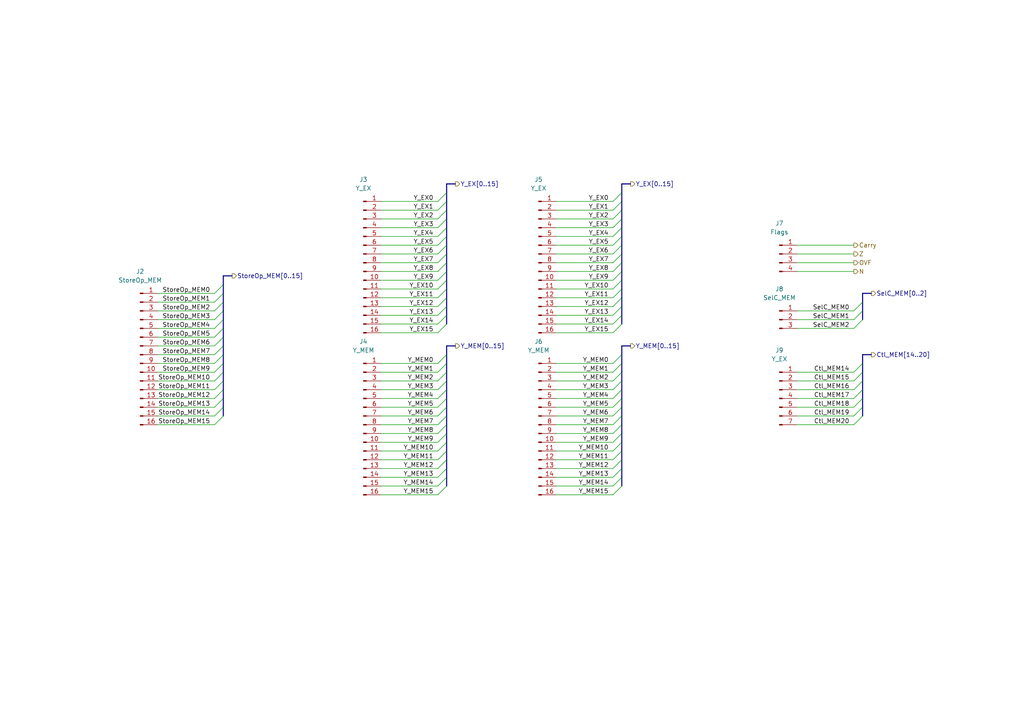
<source format=kicad_sch>
(kicad_sch (version 20230121) (generator eeschema)
  (paper "A4")
  (title_block (title "Turtle16: EX Module Outputs") (date "2023-03-25") (rev "A"))
  (lib_symbols
    (symbol "Connector:Conn_01x03_Pin" (pin_names (offset 1.016) hide)
      (property "Reference" "J" (at 0 5.08 0))
      (property "Value" "Conn_01x03_Pin" (at 0 -5.08 0))
      (symbol "Conn_01x03_Pin_1_1"
        (polyline (pts (xy 1.27 -2.54) (xy 0.8636 -2.54)) (stroke (width 0.1524)))
        (polyline (pts (xy 1.27 0) (xy 0.8636 0)) (stroke (width 0.1524)))
        (polyline (pts (xy 1.27 2.54) (xy 0.8636 2.54)) (stroke (width 0.1524)))
        (rectangle (start 0.8636 -2.413) (end 0 -2.667) (stroke (width 0.1524)) (fill (type outline)))
        (rectangle (start 0.8636 0.127) (end 0 -0.127) (stroke (width 0.1524)) (fill (type outline)))
        (rectangle (start 0.8636 2.667) (end 0 2.413) (stroke (width 0.1524)) (fill (type outline)))
        (pin passive line (at 5.08 2.54 180) (length 3.81) (name "Pin_1") (number "1"))
        (pin passive line (at 5.08 0 180) (length 3.81) (name "Pin_2") (number "2"))
        (pin passive line (at 5.08 -2.54 180) (length 3.81) (name "Pin_3") (number "3"))
      )
    )
    (symbol "Connector:Conn_01x04_Pin" (pin_names (offset 1.016) hide)
      (property "Reference" "J" (at 0 5.08 0))
      (property "Value" "Conn_01x04_Pin" (at 0 -7.62 0))
      (symbol "Conn_01x04_Pin_1_1"
        (polyline (pts (xy 1.27 -5.08) (xy 0.8636 -5.08)) (stroke (width 0.1524)))
        (polyline (pts (xy 1.27 -2.54) (xy 0.8636 -2.54)) (stroke (width 0.1524)))
        (polyline (pts (xy 1.27 0) (xy 0.8636 0)) (stroke (width 0.1524)))
        (polyline (pts (xy 1.27 2.54) (xy 0.8636 2.54)) (stroke (width 0.1524)))
        (rectangle (start 0.8636 -4.953) (end 0 -5.207) (stroke (width 0.1524)) (fill (type outline)))
        (rectangle (start 0.8636 -2.413) (end 0 -2.667) (stroke (width 0.1524)) (fill (type outline)))
        (rectangle (start 0.8636 0.127) (end 0 -0.127) (stroke (width 0.1524)) (fill (type outline)))
        (rectangle (start 0.8636 2.667) (end 0 2.413) (stroke (width 0.1524)) (fill (type outline)))
        (pin passive line (at 5.08 2.54 180) (length 3.81) (name "Pin_1") (number "1"))
        (pin passive line (at 5.08 0 180) (length 3.81) (name "Pin_2") (number "2"))
        (pin passive line (at 5.08 -2.54 180) (length 3.81) (name "Pin_3") (number "3"))
        (pin passive line (at 5.08 -5.08 180) (length 3.81) (name "Pin_4") (number "4"))
      )
    )
    (symbol "Connector:Conn_01x07_Pin" (pin_names (offset 1.016) hide)
      (property "Reference" "J" (at 0 10.16 0))
      (property "Value" "Conn_01x07_Pin" (at 0 -10.16 0))
      (symbol "Conn_01x07_Pin_1_1"
        (polyline (pts (xy 1.27 -7.62) (xy 0.8636 -7.62)) (stroke (width 0.1524)))
        (polyline (pts (xy 1.27 -5.08) (xy 0.8636 -5.08)) (stroke (width 0.1524)))
        (polyline (pts (xy 1.27 -2.54) (xy 0.8636 -2.54)) (stroke (width 0.1524)))
        (polyline (pts (xy 1.27 0) (xy 0.8636 0)) (stroke (width 0.1524)))
        (polyline (pts (xy 1.27 2.54) (xy 0.8636 2.54)) (stroke (width 0.1524)))
        (polyline (pts (xy 1.27 5.08) (xy 0.8636 5.08)) (stroke (width 0.1524)))
        (polyline (pts (xy 1.27 7.62) (xy 0.8636 7.62)) (stroke (width 0.1524)))
        (rectangle (start 0.8636 -7.493) (end 0 -7.747) (stroke (width 0.1524)) (fill (type outline)))
        (rectangle (start 0.8636 -4.953) (end 0 -5.207) (stroke (width 0.1524)) (fill (type outline)))
        (rectangle (start 0.8636 -2.413) (end 0 -2.667) (stroke (width 0.1524)) (fill (type outline)))
        (rectangle (start 0.8636 0.127) (end 0 -0.127) (stroke (width 0.1524)) (fill (type outline)))
        (rectangle (start 0.8636 2.667) (end 0 2.413) (stroke (width 0.1524)) (fill (type outline)))
        (rectangle (start 0.8636 5.207) (end 0 4.953) (stroke (width 0.1524)) (fill (type outline)))
        (rectangle (start 0.8636 7.747) (end 0 7.493) (stroke (width 0.1524)) (fill (type outline)))
        (pin passive line (at 5.08 7.62 180) (length 3.81) (name "Pin_1") (number "1"))
        (pin passive line (at 5.08 5.08 180) (length 3.81) (name "Pin_2") (number "2"))
        (pin passive line (at 5.08 2.54 180) (length 3.81) (name "Pin_3") (number "3"))
        (pin passive line (at 5.08 0 180) (length 3.81) (name "Pin_4") (number "4"))
        (pin passive line (at 5.08 -2.54 180) (length 3.81) (name "Pin_5") (number "5"))
        (pin passive line (at 5.08 -5.08 180) (length 3.81) (name "Pin_6") (number "6"))
        (pin passive line (at 5.08 -7.62 180) (length 3.81) (name "Pin_7") (number "7"))
      )
    )
    (symbol "Connector:Conn_01x16_Pin" (pin_names (offset 1.016) hide)
      (property "Reference" "J" (at 0 20.32 0))
      (property "Value" "Conn_01x16_Pin" (at 0 -22.86 0))
      (symbol "Conn_01x16_Pin_1_1"
        (polyline (pts (xy 1.27 -20.32) (xy 0.8636 -20.32)) (stroke (width 0.1524)))
        (polyline (pts (xy 1.27 -17.78) (xy 0.8636 -17.78)) (stroke (width 0.1524)))
        (polyline (pts (xy 1.27 -15.24) (xy 0.8636 -15.24)) (stroke (width 0.1524)))
        (polyline (pts (xy 1.27 -12.7) (xy 0.8636 -12.7)) (stroke (width 0.1524)))
        (polyline (pts (xy 1.27 -10.16) (xy 0.8636 -10.16)) (stroke (width 0.1524)))
        (polyline (pts (xy 1.27 -7.62) (xy 0.8636 -7.62)) (stroke (width 0.1524)))
        (polyline (pts (xy 1.27 -5.08) (xy 0.8636 -5.08)) (stroke (width 0.1524)))
        (polyline (pts (xy 1.27 -2.54) (xy 0.8636 -2.54)) (stroke (width 0.1524)))
        (polyline (pts (xy 1.27 0) (xy 0.8636 0)) (stroke (width 0.1524)))
        (polyline (pts (xy 1.27 2.54) (xy 0.8636 2.54)) (stroke (width 0.1524)))
        (polyline (pts (xy 1.27 5.08) (xy 0.8636 5.08)) (stroke (width 0.1524)))
        (polyline (pts (xy 1.27 7.62) (xy 0.8636 7.62)) (stroke (width 0.1524)))
        (polyline (pts (xy 1.27 10.16) (xy 0.8636 10.16)) (stroke (width 0.1524)))
        (polyline (pts (xy 1.27 12.7) (xy 0.8636 12.7)) (stroke (width 0.1524)))
        (polyline (pts (xy 1.27 15.24) (xy 0.8636 15.24)) (stroke (width 0.1524)))
        (polyline (pts (xy 1.27 17.78) (xy 0.8636 17.78)) (stroke (width 0.1524)))
        (rectangle (start 0.8636 -20.193) (end 0 -20.447) (stroke (width 0.1524)) (fill (type outline)))
        (rectangle (start 0.8636 -17.653) (end 0 -17.907) (stroke (width 0.1524)) (fill (type outline)))
        (rectangle (start 0.8636 -15.113) (end 0 -15.367) (stroke (width 0.1524)) (fill (type outline)))
        (rectangle (start 0.8636 -12.573) (end 0 -12.827) (stroke (width 0.1524)) (fill (type outline)))
        (rectangle (start 0.8636 -10.033) (end 0 -10.287) (stroke (width 0.1524)) (fill (type outline)))
        (rectangle (start 0.8636 -7.493) (end 0 -7.747) (stroke (width 0.1524)) (fill (type outline)))
        (rectangle (start 0.8636 -4.953) (end 0 -5.207) (stroke (width 0.1524)) (fill (type outline)))
        (rectangle (start 0.8636 -2.413) (end 0 -2.667) (stroke (width 0.1524)) (fill (type outline)))
        (rectangle (start 0.8636 0.127) (end 0 -0.127) (stroke (width 0.1524)) (fill (type outline)))
        (rectangle (start 0.8636 2.667) (end 0 2.413) (stroke (width 0.1524)) (fill (type outline)))
        (rectangle (start 0.8636 5.207) (end 0 4.953) (stroke (width 0.1524)) (fill (type outline)))
        (rectangle (start 0.8636 7.747) (end 0 7.493) (stroke (width 0.1524)) (fill (type outline)))
        (rectangle (start 0.8636 10.287) (end 0 10.033) (stroke (width 0.1524)) (fill (type outline)))
        (rectangle (start 0.8636 12.827) (end 0 12.573) (stroke (width 0.1524)) (fill (type outline)))
        (rectangle (start 0.8636 15.367) (end 0 15.113) (stroke (width 0.1524)) (fill (type outline)))
        (rectangle (start 0.8636 17.907) (end 0 17.653) (stroke (width 0.1524)) (fill (type outline)))
        (pin passive line (at 5.08 17.78 180) (length 3.81) (name "Pin_1") (number "1"))
        (pin passive line (at 5.08 -5.08 180) (length 3.81) (name "Pin_10") (number "10"))
        (pin passive line (at 5.08 -7.62 180) (length 3.81) (name "Pin_11") (number "11"))
        (pin passive line (at 5.08 -10.16 180) (length 3.81) (name "Pin_12") (number "12"))
        (pin passive line (at 5.08 -12.7 180) (length 3.81) (name "Pin_13") (number "13"))
        (pin passive line (at 5.08 -15.24 180) (length 3.81) (name "Pin_14") (number "14"))
        (pin passive line (at 5.08 -17.78 180) (length 3.81) (name "Pin_15") (number "15"))
        (pin passive line (at 5.08 -20.32 180) (length 3.81) (name "Pin_16") (number "16"))
        (pin passive line (at 5.08 15.24 180) (length 3.81) (name "Pin_2") (number "2"))
        (pin passive line (at 5.08 12.7 180) (length 3.81) (name "Pin_3") (number "3"))
        (pin passive line (at 5.08 10.16 180) (length 3.81) (name "Pin_4") (number "4"))
        (pin passive line (at 5.08 7.62 180) (length 3.81) (name "Pin_5") (number "5"))
        (pin passive line (at 5.08 5.08 180) (length 3.81) (name "Pin_6") (number "6"))
        (pin passive line (at 5.08 2.54 180) (length 3.81) (name "Pin_7") (number "7"))
        (pin passive line (at 5.08 0 180) (length 3.81) (name "Pin_8") (number "8"))
        (pin passive line (at 5.08 -2.54 180) (length 3.81) (name "Pin_9") (number "9"))
      )
    )
  )
  (bus_entry (at 250.19 105.41) (size -2.54 2.54))
  (bus_entry (at 129.54 138.43) (size -2.54 2.54))
  (bus_entry (at 64.77 110.49) (size -2.54 2.54))
  (bus_entry (at 129.54 93.98) (size -2.54 2.54))
  (bus_entry (at 64.77 92.71) (size -2.54 2.54))
  (bus_entry (at 180.34 113.03) (size -2.54 2.54))
  (bus_entry (at 129.54 81.28) (size -2.54 2.54))
  (bus_entry (at 64.77 82.55) (size -2.54 2.54))
  (bus_entry (at 64.77 102.87) (size -2.54 2.54))
  (bus_entry (at 180.34 107.95) (size -2.54 2.54))
  (bus_entry (at 180.34 63.5) (size -2.54 2.54))
  (bus_entry (at 180.34 66.04) (size -2.54 2.54))
  (bus_entry (at 180.34 83.82) (size -2.54 2.54))
  (bus_entry (at 64.77 105.41) (size -2.54 2.54))
  (bus_entry (at 129.54 60.96) (size -2.54 2.54))
  (bus_entry (at 180.34 81.28) (size -2.54 2.54))
  (bus_entry (at 64.77 100.33) (size -2.54 2.54))
  (bus_entry (at 129.54 125.73) (size -2.54 2.54))
  (bus_entry (at 250.19 92.71) (size -2.54 2.54))
  (bus_entry (at 180.34 93.98) (size -2.54 2.54))
  (bus_entry (at 180.34 55.88) (size -2.54 2.54))
  (bus_entry (at 129.54 73.66) (size -2.54 2.54))
  (bus_entry (at 64.77 87.63) (size -2.54 2.54))
  (bus_entry (at 180.34 86.36) (size -2.54 2.54))
  (bus_entry (at 180.34 68.58) (size -2.54 2.54))
  (bus_entry (at 64.77 90.17) (size -2.54 2.54))
  (bus_entry (at 180.34 102.87) (size -2.54 2.54))
  (bus_entry (at 180.34 78.74) (size -2.54 2.54))
  (bus_entry (at 129.54 120.65) (size -2.54 2.54))
  (bus_entry (at 129.54 133.35) (size -2.54 2.54))
  (bus_entry (at 129.54 107.95) (size -2.54 2.54))
  (bus_entry (at 250.19 107.95) (size -2.54 2.54))
  (bus_entry (at 129.54 91.44) (size -2.54 2.54))
  (bus_entry (at 129.54 76.2) (size -2.54 2.54))
  (bus_entry (at 129.54 68.58) (size -2.54 2.54))
  (bus_entry (at 129.54 55.88) (size -2.54 2.54))
  (bus_entry (at 64.77 107.95) (size -2.54 2.54))
  (bus_entry (at 180.34 58.42) (size -2.54 2.54))
  (bus_entry (at 180.34 130.81) (size -2.54 2.54))
  (bus_entry (at 250.19 118.11) (size -2.54 2.54))
  (bus_entry (at 129.54 88.9) (size -2.54 2.54))
  (bus_entry (at 129.54 83.82) (size -2.54 2.54))
  (bus_entry (at 129.54 102.87) (size -2.54 2.54))
  (bus_entry (at 180.34 88.9) (size -2.54 2.54))
  (bus_entry (at 250.19 90.17) (size -2.54 2.54))
  (bus_entry (at 180.34 110.49) (size -2.54 2.54))
  (bus_entry (at 180.34 123.19) (size -2.54 2.54))
  (bus_entry (at 129.54 105.41) (size -2.54 2.54))
  (bus_entry (at 64.77 118.11) (size -2.54 2.54))
  (bus_entry (at 250.19 87.63) (size -2.54 2.54))
  (bus_entry (at 129.54 118.11) (size -2.54 2.54))
  (bus_entry (at 64.77 97.79) (size -2.54 2.54))
  (bus_entry (at 129.54 135.89) (size -2.54 2.54))
  (bus_entry (at 129.54 71.12) (size -2.54 2.54))
  (bus_entry (at 250.19 120.65) (size -2.54 2.54))
  (bus_entry (at 129.54 113.03) (size -2.54 2.54))
  (bus_entry (at 129.54 130.81) (size -2.54 2.54))
  (bus_entry (at 250.19 113.03) (size -2.54 2.54))
  (bus_entry (at 180.34 140.97) (size -2.54 2.54))
  (bus_entry (at 129.54 140.97) (size -2.54 2.54))
  (bus_entry (at 64.77 113.03) (size -2.54 2.54))
  (bus_entry (at 250.19 115.57) (size -2.54 2.54))
  (bus_entry (at 180.34 115.57) (size -2.54 2.54))
  (bus_entry (at 64.77 120.65) (size -2.54 2.54))
  (bus_entry (at 180.34 60.96) (size -2.54 2.54))
  (bus_entry (at 129.54 66.04) (size -2.54 2.54))
  (bus_entry (at 180.34 125.73) (size -2.54 2.54))
  (bus_entry (at 180.34 73.66) (size -2.54 2.54))
  (bus_entry (at 129.54 123.19) (size -2.54 2.54))
  (bus_entry (at 180.34 120.65) (size -2.54 2.54))
  (bus_entry (at 180.34 118.11) (size -2.54 2.54))
  (bus_entry (at 250.19 110.49) (size -2.54 2.54))
  (bus_entry (at 180.34 91.44) (size -2.54 2.54))
  (bus_entry (at 64.77 115.57) (size -2.54 2.54))
  (bus_entry (at 129.54 63.5) (size -2.54 2.54))
  (bus_entry (at 129.54 86.36) (size -2.54 2.54))
  (bus_entry (at 64.77 85.09) (size -2.54 2.54))
  (bus_entry (at 129.54 128.27) (size -2.54 2.54))
  (bus_entry (at 180.34 76.2) (size -2.54 2.54))
  (bus_entry (at 64.77 95.25) (size -2.54 2.54))
  (bus_entry (at 180.34 128.27) (size -2.54 2.54))
  (bus_entry (at 129.54 78.74) (size -2.54 2.54))
  (bus_entry (at 180.34 135.89) (size -2.54 2.54))
  (bus_entry (at 129.54 58.42) (size -2.54 2.54))
  (bus_entry (at 180.34 71.12) (size -2.54 2.54))
  (bus_entry (at 129.54 115.57) (size -2.54 2.54))
  (bus_entry (at 180.34 133.35) (size -2.54 2.54))
  (bus_entry (at 129.54 110.49) (size -2.54 2.54))
  (bus_entry (at 180.34 138.43) (size -2.54 2.54))
  (bus_entry (at 180.34 105.41) (size -2.54 2.54))
  (bus (pts (xy 180.34 58.42) (xy 180.34 60.96)))
  (wire (pts (xy 127 91.44) (xy 110.49 91.44)))
  (bus (pts (xy 129.54 66.04) (xy 129.54 68.58)))
  (wire (pts (xy 177.8 88.9) (xy 161.29 88.9)))
  (wire (pts (xy 127 63.5) (xy 110.49 63.5)))
  (wire (pts (xy 127 88.9) (xy 110.49 88.9)))
  (bus (pts (xy 180.34 107.95) (xy 180.34 110.49)))
  (wire (pts (xy 127 78.74) (xy 110.49 78.74)))
  (bus (pts (xy 64.77 95.25) (xy 64.77 97.79)))
  (bus (pts (xy 180.34 113.03) (xy 180.34 115.57)))
  (bus (pts (xy 180.34 135.89) (xy 180.34 138.43)))
  (wire (pts (xy 177.8 81.28) (xy 161.29 81.28)))
  (bus (pts (xy 64.77 105.41) (xy 64.77 107.95)))
  (wire (pts (xy 127 76.2) (xy 110.49 76.2)))
  (wire (pts (xy 177.8 83.82) (xy 161.29 83.82)))
  (wire (pts (xy 247.65 71.12) (xy 231.14 71.12)))
  (wire (pts (xy 177.8 68.58) (xy 161.29 68.58)))
  (wire (pts (xy 177.8 91.44) (xy 161.29 91.44)))
  (bus (pts (xy 129.54 63.5) (xy 129.54 66.04)))
  (wire (pts (xy 177.8 105.41) (xy 161.29 105.41)))
  (bus (pts (xy 250.19 87.63) (xy 250.19 90.17)))
  (wire (pts (xy 247.65 95.25) (xy 231.14 95.25)))
  (bus (pts (xy 64.77 92.71) (xy 64.77 95.25)))
  (bus (pts (xy 180.34 133.35) (xy 180.34 135.89)))
  (bus (pts (xy 129.54 138.43) (xy 129.54 140.97)))
  (wire (pts (xy 62.23 113.03) (xy 45.72 113.03)))
  (wire (pts (xy 127 81.28) (xy 110.49 81.28)))
  (bus (pts (xy 129.54 115.57) (xy 129.54 118.11)))
  (wire (pts (xy 62.23 120.65) (xy 45.72 120.65)))
  (bus (pts (xy 64.77 97.79) (xy 64.77 100.33)))
  (bus (pts (xy 182.88 100.33) (xy 180.34 100.33)))
  (wire (pts (xy 177.8 93.98) (xy 161.29 93.98)))
  (wire (pts (xy 177.8 133.35) (xy 161.29 133.35)))
  (bus (pts (xy 129.54 100.33) (xy 129.54 102.87)))
  (wire (pts (xy 127 120.65) (xy 110.49 120.65)))
  (wire (pts (xy 127 96.52) (xy 110.49 96.52)))
  (wire (pts (xy 177.8 123.19) (xy 161.29 123.19)))
  (wire (pts (xy 127 133.35) (xy 110.49 133.35)))
  (wire (pts (xy 62.23 118.11) (xy 45.72 118.11)))
  (bus (pts (xy 67.31 80.01) (xy 64.77 80.01)))
  (bus (pts (xy 129.54 133.35) (xy 129.54 135.89)))
  (bus (pts (xy 250.19 85.09) (xy 250.19 87.63)))
  (wire (pts (xy 247.65 90.17) (xy 231.14 90.17)))
  (wire (pts (xy 62.23 85.09) (xy 45.72 85.09)))
  (wire (pts (xy 62.23 92.71) (xy 45.72 92.71)))
  (bus (pts (xy 64.77 110.49) (xy 64.77 113.03)))
  (wire (pts (xy 62.23 105.41) (xy 45.72 105.41)))
  (wire (pts (xy 62.23 102.87) (xy 45.72 102.87)))
  (wire (pts (xy 247.65 123.19) (xy 231.14 123.19)))
  (wire (pts (xy 177.8 73.66) (xy 161.29 73.66)))
  (wire (pts (xy 177.8 120.65) (xy 161.29 120.65)))
  (wire (pts (xy 127 83.82) (xy 110.49 83.82)))
  (wire (pts (xy 62.23 110.49) (xy 45.72 110.49)))
  (bus (pts (xy 180.34 73.66) (xy 180.34 76.2)))
  (wire (pts (xy 247.65 120.65) (xy 231.14 120.65)))
  (wire (pts (xy 177.8 118.11) (xy 161.29 118.11)))
  (bus (pts (xy 64.77 85.09) (xy 64.77 87.63)))
  (bus (pts (xy 250.19 118.11) (xy 250.19 120.65)))
  (wire (pts (xy 127 143.51) (xy 110.49 143.51)))
  (bus (pts (xy 129.54 135.89) (xy 129.54 138.43)))
  (wire (pts (xy 62.23 97.79) (xy 45.72 97.79)))
  (wire (pts (xy 127 125.73) (xy 110.49 125.73)))
  (wire (pts (xy 177.8 66.04) (xy 161.29 66.04)))
  (bus (pts (xy 180.34 100.33) (xy 180.34 102.87)))
  (bus (pts (xy 250.19 110.49) (xy 250.19 113.03)))
  (bus (pts (xy 129.54 102.87) (xy 129.54 105.41)))
  (wire (pts (xy 127 135.89) (xy 110.49 135.89)))
  (wire (pts (xy 247.65 110.49) (xy 231.14 110.49)))
  (bus (pts (xy 129.54 83.82) (xy 129.54 86.36)))
  (bus (pts (xy 129.54 107.95) (xy 129.54 110.49)))
  (wire (pts (xy 247.65 118.11) (xy 231.14 118.11)))
  (wire (pts (xy 62.23 87.63) (xy 45.72 87.63)))
  (bus (pts (xy 64.77 87.63) (xy 64.77 90.17)))
  (bus (pts (xy 250.19 102.87) (xy 250.19 105.41)))
  (wire (pts (xy 62.23 100.33) (xy 45.72 100.33)))
  (bus (pts (xy 129.54 128.27) (xy 129.54 130.81)))
  (bus (pts (xy 180.34 125.73) (xy 180.34 128.27)))
  (bus (pts (xy 64.77 115.57) (xy 64.77 118.11)))
  (wire (pts (xy 127 73.66) (xy 110.49 73.66)))
  (bus (pts (xy 129.54 60.96) (xy 129.54 63.5)))
  (bus (pts (xy 129.54 123.19) (xy 129.54 125.73)))
  (bus (pts (xy 180.34 78.74) (xy 180.34 81.28)))
  (bus (pts (xy 180.34 71.12) (xy 180.34 73.66)))
  (wire (pts (xy 127 71.12) (xy 110.49 71.12)))
  (bus (pts (xy 129.54 120.65) (xy 129.54 123.19)))
  (wire (pts (xy 177.8 140.97) (xy 161.29 140.97)))
  (wire (pts (xy 247.65 73.66) (xy 231.14 73.66)))
  (wire (pts (xy 177.8 86.36) (xy 161.29 86.36)))
  (wire (pts (xy 177.8 63.5) (xy 161.29 63.5)))
  (bus (pts (xy 129.54 81.28) (xy 129.54 83.82)))
  (bus (pts (xy 252.73 85.09) (xy 250.19 85.09)))
  (bus (pts (xy 64.77 118.11) (xy 64.77 120.65)))
  (bus (pts (xy 180.34 118.11) (xy 180.34 120.65)))
  (bus (pts (xy 64.77 82.55) (xy 64.77 85.09)))
  (wire (pts (xy 177.8 58.42) (xy 161.29 58.42)))
  (bus (pts (xy 180.34 81.28) (xy 180.34 83.82)))
  (bus (pts (xy 64.77 90.17) (xy 64.77 92.71)))
  (bus (pts (xy 132.08 53.34) (xy 129.54 53.34)))
  (wire (pts (xy 127 128.27) (xy 110.49 128.27)))
  (bus (pts (xy 250.19 115.57) (xy 250.19 118.11)))
  (bus (pts (xy 129.54 58.42) (xy 129.54 60.96)))
  (wire (pts (xy 247.65 113.03) (xy 231.14 113.03)))
  (wire (pts (xy 177.8 76.2) (xy 161.29 76.2)))
  (wire (pts (xy 127 130.81) (xy 110.49 130.81)))
  (bus (pts (xy 129.54 78.74) (xy 129.54 81.28)))
  (bus (pts (xy 180.34 120.65) (xy 180.34 123.19)))
  (bus (pts (xy 180.34 86.36) (xy 180.34 88.9)))
  (wire (pts (xy 177.8 135.89) (xy 161.29 135.89)))
  (bus (pts (xy 129.54 76.2) (xy 129.54 78.74)))
  (wire (pts (xy 177.8 96.52) (xy 161.29 96.52)))
  (wire (pts (xy 247.65 115.57) (xy 231.14 115.57)))
  (wire (pts (xy 127 86.36) (xy 110.49 86.36)))
  (wire (pts (xy 247.65 92.71) (xy 231.14 92.71)))
  (wire (pts (xy 177.8 143.51) (xy 161.29 143.51)))
  (bus (pts (xy 180.34 68.58) (xy 180.34 71.12)))
  (bus (pts (xy 129.54 88.9) (xy 129.54 91.44)))
  (bus (pts (xy 64.77 100.33) (xy 64.77 102.87)))
  (wire (pts (xy 177.8 138.43) (xy 161.29 138.43)))
  (bus (pts (xy 64.77 80.01) (xy 64.77 82.55)))
  (wire (pts (xy 127 107.95) (xy 110.49 107.95)))
  (bus (pts (xy 180.34 55.88) (xy 180.34 58.42)))
  (bus (pts (xy 129.54 71.12) (xy 129.54 73.66)))
  (wire (pts (xy 177.8 130.81) (xy 161.29 130.81)))
  (bus (pts (xy 129.54 105.41) (xy 129.54 107.95)))
  (wire (pts (xy 127 138.43) (xy 110.49 138.43)))
  (wire (pts (xy 247.65 78.74) (xy 231.14 78.74)))
  (wire (pts (xy 177.8 113.03) (xy 161.29 113.03)))
  (wire (pts (xy 127 68.58) (xy 110.49 68.58)))
  (bus (pts (xy 180.34 110.49) (xy 180.34 113.03)))
  (wire (pts (xy 177.8 78.74) (xy 161.29 78.74)))
  (wire (pts (xy 127 66.04) (xy 110.49 66.04)))
  (bus (pts (xy 129.54 110.49) (xy 129.54 113.03)))
  (wire (pts (xy 177.8 115.57) (xy 161.29 115.57)))
  (wire (pts (xy 62.23 90.17) (xy 45.72 90.17)))
  (wire (pts (xy 127 115.57) (xy 110.49 115.57)))
  (bus (pts (xy 64.77 113.03) (xy 64.77 115.57)))
  (bus (pts (xy 180.34 123.19) (xy 180.34 125.73)))
  (wire (pts (xy 127 58.42) (xy 110.49 58.42)))
  (wire (pts (xy 127 60.96) (xy 110.49 60.96)))
  (bus (pts (xy 129.54 125.73) (xy 129.54 128.27)))
  (bus (pts (xy 129.54 68.58) (xy 129.54 71.12)))
  (bus (pts (xy 129.54 113.03) (xy 129.54 115.57)))
  (wire (pts (xy 127 140.97) (xy 110.49 140.97)))
  (wire (pts (xy 62.23 95.25) (xy 45.72 95.25)))
  (wire (pts (xy 177.8 110.49) (xy 161.29 110.49)))
  (bus (pts (xy 180.34 83.82) (xy 180.34 86.36)))
  (bus (pts (xy 250.19 107.95) (xy 250.19 110.49)))
  (bus (pts (xy 180.34 130.81) (xy 180.34 133.35)))
  (wire (pts (xy 127 110.49) (xy 110.49 110.49)))
  (bus (pts (xy 180.34 138.43) (xy 180.34 140.97)))
  (bus (pts (xy 252.73 102.87) (xy 250.19 102.87)))
  (wire (pts (xy 127 105.41) (xy 110.49 105.41)))
  (bus (pts (xy 250.19 113.03) (xy 250.19 115.57)))
  (bus (pts (xy 64.77 102.87) (xy 64.77 105.41)))
  (wire (pts (xy 127 123.19) (xy 110.49 123.19)))
  (wire (pts (xy 127 118.11) (xy 110.49 118.11)))
  (bus (pts (xy 180.34 102.87) (xy 180.34 105.41)))
  (bus (pts (xy 180.34 63.5) (xy 180.34 66.04)))
  (wire (pts (xy 247.65 76.2) (xy 231.14 76.2)))
  (wire (pts (xy 247.65 107.95) (xy 231.14 107.95)))
  (wire (pts (xy 127 113.03) (xy 110.49 113.03)))
  (wire (pts (xy 127 93.98) (xy 110.49 93.98)))
  (wire (pts (xy 177.8 71.12) (xy 161.29 71.12)))
  (bus (pts (xy 129.54 55.88) (xy 129.54 58.42)))
  (bus (pts (xy 182.88 53.34) (xy 180.34 53.34)))
  (bus (pts (xy 132.08 100.33) (xy 129.54 100.33)))
  (bus (pts (xy 129.54 91.44) (xy 129.54 93.98)))
  (bus (pts (xy 64.77 107.95) (xy 64.77 110.49)))
  (wire (pts (xy 62.23 123.19) (xy 45.72 123.19)))
  (bus (pts (xy 180.34 76.2) (xy 180.34 78.74)))
  (bus (pts (xy 129.54 73.66) (xy 129.54 76.2)))
  (bus (pts (xy 129.54 130.81) (xy 129.54 133.35)))
  (bus (pts (xy 180.34 115.57) (xy 180.34 118.11)))
  (wire (pts (xy 177.8 107.95) (xy 161.29 107.95)))
  (bus (pts (xy 180.34 66.04) (xy 180.34 68.58)))
  (wire (pts (xy 177.8 128.27) (xy 161.29 128.27)))
  (wire (pts (xy 62.23 115.57) (xy 45.72 115.57)))
  (bus (pts (xy 180.34 105.41) (xy 180.34 107.95)))
  (wire (pts (xy 62.23 107.95) (xy 45.72 107.95)))
  (wire (pts (xy 177.8 125.73) (xy 161.29 125.73)))
  (wire (pts (xy 177.8 60.96) (xy 161.29 60.96)))
  (bus (pts (xy 250.19 105.41) (xy 250.19 107.95)))
  (bus (pts (xy 129.54 118.11) (xy 129.54 120.65)))
  (bus (pts (xy 129.54 86.36) (xy 129.54 88.9)))
  (bus (pts (xy 129.54 53.34) (xy 129.54 55.88)))
  (bus (pts (xy 180.34 128.27) (xy 180.34 130.81)))
  (bus (pts (xy 180.34 60.96) (xy 180.34 63.5)))
  (bus (pts (xy 250.19 90.17) (xy 250.19 92.71)))
  (bus (pts (xy 180.34 53.34) (xy 180.34 55.88)))
  (bus (pts (xy 180.34 88.9) (xy 180.34 91.44)))
  (bus (pts (xy 180.34 91.44) (xy 180.34 93.98)))
  (label "Y_EX2" (at 125.73 63.5 180))
  (label "Y_EX8" (at 125.73 78.74 180))
  (label "Y_EX10" (at 176.53 83.82 180))
  (label "Y_EX12" (at 125.73 88.9 180))
  (label "Ctl_MEM20" (at 246.38 123.19 180))
  (label "Y_MEM3" (at 125.73 113.03 180))
  (label "Y_EX0" (at 125.73 58.42 180))
  (label "StoreOp_MEM1" (at 60.96 87.63 180))
  (label "Y_MEM4" (at 125.73 115.57 180))
  (label "Y_EX8" (at 176.53 78.74 180))
  (label "Y_EX5" (at 125.73 71.12 180))
  (label "Ctl_MEM16" (at 246.38 113.03 180))
  (label "Y_MEM11" (at 125.73 133.35 180))
  (label "Y_EX6" (at 176.53 73.66 180))
  (label "SelC_MEM0" (at 246.38 90.17 180))
  (label "Y_EX4" (at 176.53 68.58 180))
  (label "Y_EX3" (at 176.53 66.04 180))
  (label "Y_MEM3" (at 176.53 113.03 180))
  (label "Y_MEM12" (at 125.73 135.89 180))
  (label "Y_MEM15" (at 176.53 143.51 180))
  (label "Y_MEM8" (at 125.73 125.73 180))
  (label "Y_EX13" (at 176.53 91.44 180))
  (label "StoreOp_MEM8" (at 60.96 105.41 180))
  (label "Y_EX15" (at 125.73 96.52 180))
  (label "StoreOp_MEM12" (at 60.96 115.57 180))
  (label "Y_EX1" (at 125.73 60.96 180))
  (label "Y_MEM5" (at 125.73 118.11 180))
  (label "Y_MEM2" (at 176.53 110.49 180))
  (label "StoreOp_MEM2" (at 60.96 90.17 180))
  (label "StoreOp_MEM4" (at 60.96 95.25 180))
  (label "Y_MEM13" (at 125.73 138.43 180))
  (label "StoreOp_MEM0" (at 60.96 85.09 180))
  (label "Y_MEM2" (at 125.73 110.49 180))
  (label "Y_MEM11" (at 176.53 133.35 180))
  (label "StoreOp_MEM10" (at 60.96 110.49 180))
  (label "Y_MEM0" (at 176.53 105.41 180))
  (label "StoreOp_MEM13" (at 60.96 118.11 180))
  (label "Y_EX7" (at 176.53 76.2 180))
  (label "StoreOp_MEM11" (at 60.96 113.03 180))
  (label "Y_MEM14" (at 176.53 140.97 180))
  (label "Y_EX12" (at 176.53 88.9 180))
  (label "Y_EX4" (at 125.73 68.58 180))
  (label "Y_EX7" (at 125.73 76.2 180))
  (label "Y_EX14" (at 176.53 93.98 180))
  (label "Y_EX9" (at 125.73 81.28 180))
  (label "Y_EX10" (at 125.73 83.82 180))
  (label "StoreOp_MEM14" (at 60.96 120.65 180))
  (label "Ctl_MEM19" (at 246.38 120.65 180))
  (label "StoreOp_MEM5" (at 60.96 97.79 180))
  (label "Y_MEM4" (at 176.53 115.57 180))
  (label "Y_EX15" (at 176.53 96.52 180))
  (label "Y_MEM13" (at 176.53 138.43 180))
  (label "SelC_MEM2" (at 246.38 95.25 180))
  (label "StoreOp_MEM6" (at 60.96 100.33 180))
  (label "Y_MEM8" (at 176.53 125.73 180))
  (label "SelC_MEM1" (at 246.38 92.71 180))
  (label "Y_MEM9" (at 125.73 128.27 180))
  (label "Y_EX9" (at 176.53 81.28 180))
  (label "Y_EX1" (at 176.53 60.96 180))
  (label "Y_MEM7" (at 125.73 123.19 180))
  (label "Y_MEM15" (at 125.73 143.51 180))
  (label "Y_EX6" (at 125.73 73.66 180))
  (label "Y_MEM1" (at 176.53 107.95 180))
  (label "Y_MEM14" (at 125.73 140.97 180))
  (label "Y_EX11" (at 125.73 86.36 180))
  (label "Y_EX0" (at 176.53 58.42 180))
  (label "StoreOp_MEM3" (at 60.96 92.71 180))
  (label "Y_MEM7" (at 176.53 123.19 180))
  (label "Ctl_MEM17" (at 246.38 115.57 180))
  (label "Y_MEM1" (at 125.73 107.95 180))
  (label "StoreOp_MEM9" (at 60.96 107.95 180))
  (label "Y_EX2" (at 176.53 63.5 180))
  (label "StoreOp_MEM15" (at 60.96 123.19 180))
  (label "Y_MEM6" (at 125.73 120.65 180))
  (label "Y_EX3" (at 125.73 66.04 180))
  (label "Y_MEM10" (at 125.73 130.81 180))
  (label "Y_MEM0" (at 125.73 105.41 180))
  (label "StoreOp_MEM7" (at 60.96 102.87 180))
  (label "Y_MEM12" (at 176.53 135.89 180))
  (label "Y_EX11" (at 176.53 86.36 180))
  (label "Y_MEM6" (at 176.53 120.65 180))
  (label "Y_EX5" (at 176.53 71.12 180))
  (label "Ctl_MEM15" (at 246.38 110.49 180))
  (label "Y_MEM9" (at 176.53 128.27 180))
  (label "Y_MEM10" (at 176.53 130.81 180))
  (label "Y_MEM5" (at 176.53 118.11 180))
  (label "Y_EX13" (at 125.73 91.44 180))
  (label "Y_EX14" (at 125.73 93.98 180))
  (label "Ctl_MEM14" (at 246.38 107.95 180))
  (label "Ctl_MEM18" (at 246.38 118.11 180))
  (hierarchical_label "Y_MEM[0..15]" (shape output) (at 182.88 100.33 0))
  (hierarchical_label "Carry" (shape output) (at 247.65 71.12 0))
  (hierarchical_label "StoreOp_MEM[0..15]" (shape output) (at 67.31 80.01 0))
  (hierarchical_label "Z" (shape output) (at 247.65 73.66 0))
  (hierarchical_label "Y_EX[0..15]" (shape output) (at 132.08 53.34 0))
  (hierarchical_label "Y_EX[0..15]" (shape output) (at 182.88 53.34 0))
  (hierarchical_label "SelC_MEM[0..2]" (shape output) (at 252.73 85.09 0))
  (hierarchical_label "OVF" (shape output) (at 247.65 76.2 0))
  (hierarchical_label "N" (shape output) (at 247.65 78.74 0))
  (hierarchical_label "Y_MEM[0..15]" (shape output) (at 132.08 100.33 0))
  (hierarchical_label "Ctl_MEM[14..20]" (shape output) (at 252.73 102.87 0))
  (symbol (lib_id "Connector:Conn_01x04_Pin") (at 226.06 73.66 0) (unit 1)
    (property "Reference" "J7" (at 226.06 64.77 0))
    (property "Value" "Flags" (at 226.06 67.31 0))
    (property "Footprint" "Connector_PinHeader_2.54mm:PinHeader_1x04_P2.54mm_Vertical" (effects hide))
  )
  (symbol (lib_id "Connector:Conn_01x03_Pin") (at 226.06 92.71 0) (unit 1)
    (property "Reference" "J8" (at 226.06 83.82 0))
    (property "Value" "SelC_MEM" (at 226.06 86.36 0))
    (property "Footprint" "Connector_PinHeader_2.54mm:PinHeader_1x03_P2.54mm_Vertical" (effects hide))
  )
  (symbol (lib_id "Connector:Conn_01x16_Pin") (at 156.21 123.19 0) (unit 1)
    (property "Reference" "J6" (at 156.21 99.06 0))
    (property "Value" "Y_MEM" (at 156.21 101.6 0))
    (property "Footprint" "Connector_PinHeader_2.54mm:PinHeader_1x16_P2.54mm_Vertical" (effects hide))
  )
  (symbol (lib_id "Connector:Conn_01x07_Pin") (at 226.06 115.57 0) (unit 1)
    (property "Reference" "J9" (at 226.06 101.6 0))
    (property "Value" "Y_EX" (at 226.06 104.14 0))
    (property "Footprint" "Connector_PinHeader_2.54mm:PinHeader_1x07_P2.54mm_Vertical" (effects hide))
  )
  (symbol (lib_id "Connector:Conn_01x16_Pin") (at 105.41 123.19 0) (unit 1)
    (property "Reference" "J4" (at 105.41 99.06 0))
    (property "Value" "Y_MEM" (at 105.41 101.6 0))
    (property "Footprint" "Connector_PinHeader_2.54mm:PinHeader_1x16_P2.54mm_Vertical" (effects hide))
  )
  (symbol (lib_id "Connector:Conn_01x16_Pin") (at 105.41 76.2 0) (unit 1)
    (property "Reference" "J3" (at 105.41 52.07 0))
    (property "Value" "Y_EX" (at 105.41 54.61 0))
    (property "Footprint" "Connector_PinHeader_2.54mm:PinHeader_1x16_P2.54mm_Vertical" (effects hide))
  )
  (symbol (lib_id "Connector:Conn_01x16_Pin") (at 156.21 76.2 0) (unit 1)
    (property "Reference" "J5" (at 156.21 52.07 0))
    (property "Value" "Y_EX" (at 156.21 54.61 0))
    (property "Footprint" "Connector_PinHeader_2.54mm:PinHeader_1x16_P2.54mm_Vertical" (effects hide))
  )
  (symbol (lib_id "Connector:Conn_01x16_Pin") (at 40.64 102.87 0) (unit 1)
    (property "Reference" "J2" (at 40.64 78.74 0))
    (property "Value" "StoreOp_MEM" (at 40.64 81.28 0))
    (property "Footprint" "Connector_PinHeader_2.54mm:PinHeader_1x16_P2.54mm_Vertical" (effects hide))
  )
)
</source>
